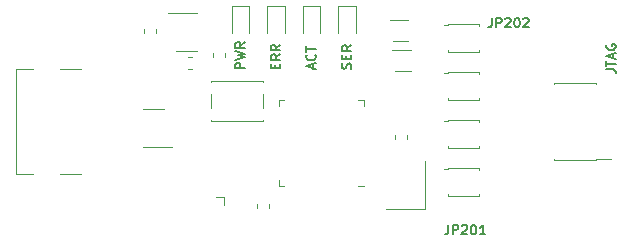
<source format=gbr>
%TF.GenerationSoftware,KiCad,Pcbnew,(5.1.6-rc1)*%
%TF.CreationDate,2020-08-04T22:03:53+02:00*%
%TF.ProjectId,bmp22,626d7032-322e-46b6-9963-61645f706362,rev?*%
%TF.SameCoordinates,Original*%
%TF.FileFunction,Legend,Top*%
%TF.FilePolarity,Positive*%
%FSLAX46Y46*%
G04 Gerber Fmt 4.6, Leading zero omitted, Abs format (unit mm)*
G04 Created by KiCad (PCBNEW (5.1.6-rc1)) date 2020-08-04 22:03:53*
%MOMM*%
%LPD*%
G01*
G04 APERTURE LIST*
%ADD10C,0.150000*%
%ADD11C,0.120000*%
G04 APERTURE END LIST*
D10*
X168662404Y-125583833D02*
X169233833Y-125583833D01*
X169348119Y-125621928D01*
X169424309Y-125698119D01*
X169462404Y-125812404D01*
X169462404Y-125888595D01*
X168662404Y-125317166D02*
X168662404Y-124860023D01*
X169462404Y-125088595D02*
X168662404Y-125088595D01*
X169233833Y-124631452D02*
X169233833Y-124250500D01*
X169462404Y-124707642D02*
X168662404Y-124440976D01*
X169462404Y-124174309D01*
X168700500Y-123488595D02*
X168662404Y-123564785D01*
X168662404Y-123679071D01*
X168700500Y-123793357D01*
X168776690Y-123869547D01*
X168852880Y-123907642D01*
X169005261Y-123945738D01*
X169119547Y-123945738D01*
X169271928Y-123907642D01*
X169348119Y-123869547D01*
X169424309Y-123793357D01*
X169462404Y-123679071D01*
X169462404Y-123602880D01*
X169424309Y-123488595D01*
X169386214Y-123450500D01*
X169119547Y-123450500D01*
X169119547Y-123602880D01*
D11*
%TO.C,SW301*%
X135214000Y-129850000D02*
X135214000Y-129970000D01*
X135214000Y-127700000D02*
X135214000Y-128840000D01*
X135214000Y-126570000D02*
X135214000Y-126690000D01*
X139614000Y-126570000D02*
X135214000Y-126570000D01*
X139614000Y-126690000D02*
X139614000Y-126570000D01*
X139614000Y-128840000D02*
X139614000Y-127700000D01*
X139614000Y-129970000D02*
X139614000Y-129850000D01*
X135214000Y-129970000D02*
X139614000Y-129970000D01*
%TO.C,Y301*%
X149988000Y-137382000D02*
X153288000Y-137382000D01*
X153288000Y-137382000D02*
X153288000Y-133382000D01*
%TO.C,U302*%
X141391000Y-135436000D02*
X140916000Y-135436000D01*
X140916000Y-135436000D02*
X140916000Y-134961000D01*
X147661000Y-128216000D02*
X148136000Y-128216000D01*
X148136000Y-128216000D02*
X148136000Y-128691000D01*
X141391000Y-128216000D02*
X140916000Y-128216000D01*
X140916000Y-128216000D02*
X140916000Y-128691000D01*
X147661000Y-135436000D02*
X148136000Y-135436000D01*
%TO.C,U301*%
X131202000Y-128946000D02*
X129402000Y-128946000D01*
X129402000Y-132166000D02*
X131852000Y-132166000D01*
%TO.C,U204*%
X155291000Y-132264000D02*
X155291000Y-132064000D01*
X155291000Y-129964000D02*
X154891000Y-129964000D01*
X155291000Y-129864000D02*
X155291000Y-129964000D01*
X157891000Y-129864000D02*
X155291000Y-129864000D01*
X157891000Y-130064000D02*
X157891000Y-129864000D01*
X157891000Y-132264000D02*
X157891000Y-132064000D01*
X155291000Y-132264000D02*
X157891000Y-132264000D01*
%TO.C,U203*%
X155291000Y-136328000D02*
X155291000Y-136128000D01*
X155291000Y-134028000D02*
X154891000Y-134028000D01*
X155291000Y-133928000D02*
X155291000Y-134028000D01*
X157891000Y-133928000D02*
X155291000Y-133928000D01*
X157891000Y-134128000D02*
X157891000Y-133928000D01*
X157891000Y-136328000D02*
X157891000Y-136128000D01*
X155291000Y-136328000D02*
X157891000Y-136328000D01*
%TO.C,U202*%
X155291000Y-128200000D02*
X155291000Y-128000000D01*
X155291000Y-125900000D02*
X154891000Y-125900000D01*
X155291000Y-125800000D02*
X155291000Y-125900000D01*
X157891000Y-125800000D02*
X155291000Y-125800000D01*
X157891000Y-126000000D02*
X157891000Y-125800000D01*
X157891000Y-128200000D02*
X157891000Y-128000000D01*
X155291000Y-128200000D02*
X157891000Y-128200000D01*
%TO.C,U201*%
X155291000Y-124136000D02*
X155291000Y-123936000D01*
X155291000Y-121836000D02*
X154891000Y-121836000D01*
X155291000Y-121736000D02*
X155291000Y-121836000D01*
X157891000Y-121736000D02*
X155291000Y-121736000D01*
X157891000Y-121936000D02*
X157891000Y-121736000D01*
X157891000Y-124136000D02*
X157891000Y-123936000D01*
X155291000Y-124136000D02*
X157891000Y-124136000D01*
%TO.C,U101*%
X132196000Y-124038000D02*
X133996000Y-124038000D01*
X133996000Y-120818000D02*
X131546000Y-120818000D01*
%TO.C,Q203*%
X152097500Y-125741000D02*
X150797500Y-125741000D01*
X150547500Y-123941000D02*
X152097500Y-123941000D01*
%TO.C,Q201*%
X151907000Y-123201000D02*
X150607000Y-123201000D01*
X150357000Y-121401000D02*
X151907000Y-121401000D01*
%TO.C,J302*%
X136271000Y-136398000D02*
X136271000Y-137033000D01*
X135636000Y-136398000D02*
X136271000Y-136398000D01*
%TO.C,J301*%
X118660000Y-134470000D02*
X118660000Y-125530000D01*
X124170000Y-134470000D02*
X122370000Y-134470000D01*
X118660000Y-134470000D02*
X120120000Y-134470000D01*
X118660000Y-125530000D02*
X120120000Y-125530000D01*
X124170000Y-125530000D02*
X122370000Y-125530000D01*
%TO.C,J201*%
X167765000Y-133235000D02*
X164235000Y-133235000D01*
X167765000Y-126765000D02*
X164235000Y-126765000D01*
X169090000Y-133170000D02*
X167765000Y-133170000D01*
X167765000Y-133235000D02*
X167765000Y-133170000D01*
X164235000Y-133235000D02*
X164235000Y-133170000D01*
X167765000Y-126830000D02*
X167765000Y-126765000D01*
X164235000Y-126830000D02*
X164235000Y-126765000D01*
%TO.C,D304*%
X141435000Y-122500000D02*
X141435000Y-120215000D01*
X141435000Y-120215000D02*
X139965000Y-120215000D01*
X139965000Y-120215000D02*
X139965000Y-122500000D01*
%TO.C,D303*%
X144435000Y-122500000D02*
X144435000Y-120215000D01*
X144435000Y-120215000D02*
X142965000Y-120215000D01*
X142965000Y-120215000D02*
X142965000Y-122500000D01*
%TO.C,D302*%
X147435000Y-122500000D02*
X147435000Y-120215000D01*
X147435000Y-120215000D02*
X145965000Y-120215000D01*
X145965000Y-120215000D02*
X145965000Y-122500000D01*
%TO.C,D301*%
X138435000Y-122500000D02*
X138435000Y-120215000D01*
X138435000Y-120215000D02*
X136965000Y-120215000D01*
X136965000Y-120215000D02*
X136965000Y-122500000D01*
%TO.C,C308*%
X151767000Y-131155221D02*
X151767000Y-131480779D01*
X150747000Y-131155221D02*
X150747000Y-131480779D01*
%TO.C,C307*%
X140110000Y-136997221D02*
X140110000Y-137322779D01*
X139090000Y-136997221D02*
X139090000Y-137322779D01*
%TO.C,C103*%
X136410000Y-124237221D02*
X136410000Y-124562779D01*
X135390000Y-124237221D02*
X135390000Y-124562779D01*
%TO.C,C102*%
X133563579Y-125579600D02*
X133238021Y-125579600D01*
X133563579Y-124559600D02*
X133238021Y-124559600D01*
%TO.C,C101*%
X130558000Y-122138221D02*
X130558000Y-122463779D01*
X129538000Y-122138221D02*
X129538000Y-122463779D01*
%TO.C,JP202*%
D10*
X158972428Y-121227904D02*
X158972428Y-121799333D01*
X158934333Y-121913619D01*
X158858142Y-121989809D01*
X158743857Y-122027904D01*
X158667666Y-122027904D01*
X159353380Y-122027904D02*
X159353380Y-121227904D01*
X159658142Y-121227904D01*
X159734333Y-121266000D01*
X159772428Y-121304095D01*
X159810523Y-121380285D01*
X159810523Y-121494571D01*
X159772428Y-121570761D01*
X159734333Y-121608857D01*
X159658142Y-121646952D01*
X159353380Y-121646952D01*
X160115285Y-121304095D02*
X160153380Y-121266000D01*
X160229571Y-121227904D01*
X160420047Y-121227904D01*
X160496238Y-121266000D01*
X160534333Y-121304095D01*
X160572428Y-121380285D01*
X160572428Y-121456476D01*
X160534333Y-121570761D01*
X160077190Y-122027904D01*
X160572428Y-122027904D01*
X161067666Y-121227904D02*
X161143857Y-121227904D01*
X161220047Y-121266000D01*
X161258142Y-121304095D01*
X161296238Y-121380285D01*
X161334333Y-121532666D01*
X161334333Y-121723142D01*
X161296238Y-121875523D01*
X161258142Y-121951714D01*
X161220047Y-121989809D01*
X161143857Y-122027904D01*
X161067666Y-122027904D01*
X160991476Y-121989809D01*
X160953380Y-121951714D01*
X160915285Y-121875523D01*
X160877190Y-121723142D01*
X160877190Y-121532666D01*
X160915285Y-121380285D01*
X160953380Y-121304095D01*
X160991476Y-121266000D01*
X161067666Y-121227904D01*
X161639095Y-121304095D02*
X161677190Y-121266000D01*
X161753380Y-121227904D01*
X161943857Y-121227904D01*
X162020047Y-121266000D01*
X162058142Y-121304095D01*
X162096238Y-121380285D01*
X162096238Y-121456476D01*
X162058142Y-121570761D01*
X161601000Y-122027904D01*
X162096238Y-122027904D01*
%TO.C,JP201*%
X155289428Y-138753904D02*
X155289428Y-139325333D01*
X155251333Y-139439619D01*
X155175142Y-139515809D01*
X155060857Y-139553904D01*
X154984666Y-139553904D01*
X155670380Y-139553904D02*
X155670380Y-138753904D01*
X155975142Y-138753904D01*
X156051333Y-138792000D01*
X156089428Y-138830095D01*
X156127523Y-138906285D01*
X156127523Y-139020571D01*
X156089428Y-139096761D01*
X156051333Y-139134857D01*
X155975142Y-139172952D01*
X155670380Y-139172952D01*
X156432285Y-138830095D02*
X156470380Y-138792000D01*
X156546571Y-138753904D01*
X156737047Y-138753904D01*
X156813238Y-138792000D01*
X156851333Y-138830095D01*
X156889428Y-138906285D01*
X156889428Y-138982476D01*
X156851333Y-139096761D01*
X156394190Y-139553904D01*
X156889428Y-139553904D01*
X157384666Y-138753904D02*
X157460857Y-138753904D01*
X157537047Y-138792000D01*
X157575142Y-138830095D01*
X157613238Y-138906285D01*
X157651333Y-139058666D01*
X157651333Y-139249142D01*
X157613238Y-139401523D01*
X157575142Y-139477714D01*
X157537047Y-139515809D01*
X157460857Y-139553904D01*
X157384666Y-139553904D01*
X157308476Y-139515809D01*
X157270380Y-139477714D01*
X157232285Y-139401523D01*
X157194190Y-139249142D01*
X157194190Y-139058666D01*
X157232285Y-138906285D01*
X157270380Y-138830095D01*
X157308476Y-138792000D01*
X157384666Y-138753904D01*
X158413238Y-139553904D02*
X157956095Y-139553904D01*
X158184666Y-139553904D02*
X158184666Y-138753904D01*
X158108476Y-138868190D01*
X158032285Y-138944380D01*
X157956095Y-138982476D01*
%TO.C,D304*%
X140642857Y-125476023D02*
X140642857Y-125209357D01*
X141061904Y-125095071D02*
X141061904Y-125476023D01*
X140261904Y-125476023D01*
X140261904Y-125095071D01*
X141061904Y-124295071D02*
X140680952Y-124561738D01*
X141061904Y-124752214D02*
X140261904Y-124752214D01*
X140261904Y-124447452D01*
X140300000Y-124371261D01*
X140338095Y-124333166D01*
X140414285Y-124295071D01*
X140528571Y-124295071D01*
X140604761Y-124333166D01*
X140642857Y-124371261D01*
X140680952Y-124447452D01*
X140680952Y-124752214D01*
X141061904Y-123495071D02*
X140680952Y-123761738D01*
X141061904Y-123952214D02*
X140261904Y-123952214D01*
X140261904Y-123647452D01*
X140300000Y-123571261D01*
X140338095Y-123533166D01*
X140414285Y-123495071D01*
X140528571Y-123495071D01*
X140604761Y-123533166D01*
X140642857Y-123571261D01*
X140680952Y-123647452D01*
X140680952Y-123952214D01*
%TO.C,D303*%
X143833333Y-125514119D02*
X143833333Y-125133166D01*
X144061904Y-125590309D02*
X143261904Y-125323642D01*
X144061904Y-125056976D01*
X143985714Y-124333166D02*
X144023809Y-124371261D01*
X144061904Y-124485547D01*
X144061904Y-124561738D01*
X144023809Y-124676023D01*
X143947619Y-124752214D01*
X143871428Y-124790309D01*
X143719047Y-124828404D01*
X143604761Y-124828404D01*
X143452380Y-124790309D01*
X143376190Y-124752214D01*
X143300000Y-124676023D01*
X143261904Y-124561738D01*
X143261904Y-124485547D01*
X143300000Y-124371261D01*
X143338095Y-124333166D01*
X143261904Y-124104595D02*
X143261904Y-123647452D01*
X144061904Y-123876023D02*
X143261904Y-123876023D01*
%TO.C,D302*%
X147023809Y-125514119D02*
X147061904Y-125399833D01*
X147061904Y-125209357D01*
X147023809Y-125133166D01*
X146985714Y-125095071D01*
X146909523Y-125056976D01*
X146833333Y-125056976D01*
X146757142Y-125095071D01*
X146719047Y-125133166D01*
X146680952Y-125209357D01*
X146642857Y-125361738D01*
X146604761Y-125437928D01*
X146566666Y-125476023D01*
X146490476Y-125514119D01*
X146414285Y-125514119D01*
X146338095Y-125476023D01*
X146300000Y-125437928D01*
X146261904Y-125361738D01*
X146261904Y-125171261D01*
X146300000Y-125056976D01*
X146642857Y-124714119D02*
X146642857Y-124447452D01*
X147061904Y-124333166D02*
X147061904Y-124714119D01*
X146261904Y-124714119D01*
X146261904Y-124333166D01*
X147061904Y-123533166D02*
X146680952Y-123799833D01*
X147061904Y-123990309D02*
X146261904Y-123990309D01*
X146261904Y-123685547D01*
X146300000Y-123609357D01*
X146338095Y-123571261D01*
X146414285Y-123533166D01*
X146528571Y-123533166D01*
X146604761Y-123571261D01*
X146642857Y-123609357D01*
X146680952Y-123685547D01*
X146680952Y-123990309D01*
%TO.C,D301*%
X138061904Y-125476023D02*
X137261904Y-125476023D01*
X137261904Y-125171261D01*
X137300000Y-125095071D01*
X137338095Y-125056976D01*
X137414285Y-125018880D01*
X137528571Y-125018880D01*
X137604761Y-125056976D01*
X137642857Y-125095071D01*
X137680952Y-125171261D01*
X137680952Y-125476023D01*
X137261904Y-124752214D02*
X138061904Y-124561738D01*
X137490476Y-124409357D01*
X138061904Y-124256976D01*
X137261904Y-124066500D01*
X138061904Y-123304595D02*
X137680952Y-123571261D01*
X138061904Y-123761738D02*
X137261904Y-123761738D01*
X137261904Y-123456976D01*
X137300000Y-123380785D01*
X137338095Y-123342690D01*
X137414285Y-123304595D01*
X137528571Y-123304595D01*
X137604761Y-123342690D01*
X137642857Y-123380785D01*
X137680952Y-123456976D01*
X137680952Y-123761738D01*
%TD*%
M02*

</source>
